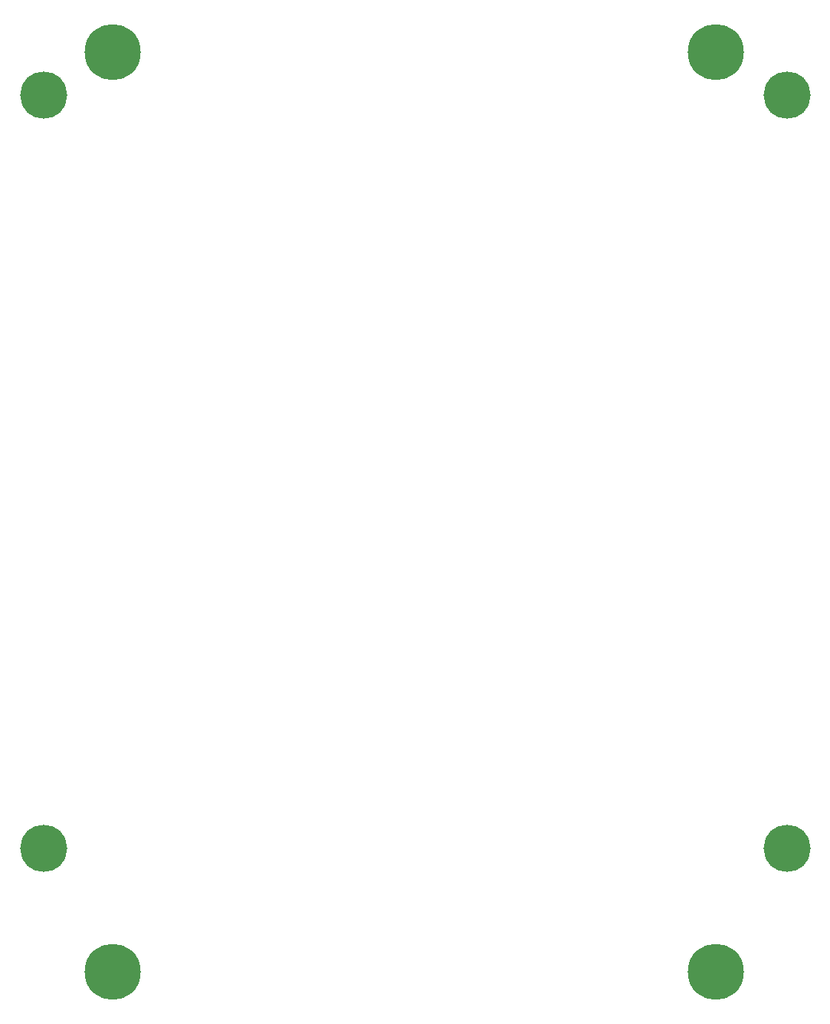
<source format=gts>
G04 Layer: TopSolderMaskLayer*
G04 EasyEDA v6.5.29, 2023-07-16 15:11:24*
G04 de9d243bdfbd4483b0fbc0b5f9d5b24a,5a6b42c53f6a479593ecc07194224c93,10*
G04 Gerber Generator version 0.2*
G04 Scale: 100 percent, Rotated: No, Reflected: No *
G04 Dimensions in millimeters *
G04 leading zeros omitted , absolute positions ,4 integer and 5 decimal *
%FSLAX45Y45*%
%MOMM*%

%ADD10C,5.2032*%
%ADD11C,6.1932*%

%LPD*%
D10*
G01*
X469900Y2540000D03*
G01*
X8686800Y2540000D03*
G01*
X469900Y10858500D03*
G01*
X8686800Y10858500D03*
D11*
G01*
X1231900Y11328400D03*
G01*
X7899400Y11328400D03*
G01*
X1231900Y1181100D03*
G01*
X7899400Y1181100D03*
M02*

</source>
